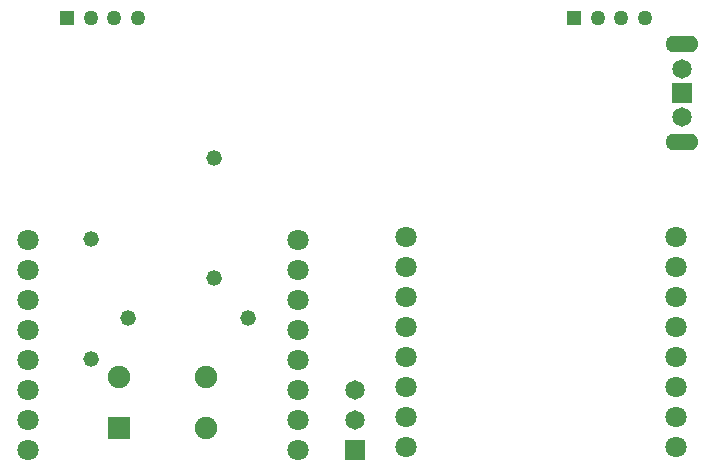
<source format=gtl>
G04 #@! TF.FileFunction,Copper,L1,Top,Signal*
%FSLAX46Y46*%
G04 Gerber Fmt 4.6, Leading zero omitted, Abs format (unit mm)*
G04 Created by KiCad (PCBNEW 4.0.7) date Wed Oct 11 15:04:58 2017*
%MOMM*%
%LPD*%
G01*
G04 APERTURE LIST*
%ADD10C,0.200000*%
%ADD11C,1.800000*%
%ADD12R,1.270000X1.270000*%
%ADD13C,1.270000*%
%ADD14R,1.651000X1.651000*%
%ADD15C,1.651000*%
%ADD16R,1.905000X1.905000*%
%ADD17C,1.905000*%
%ADD18C,1.320800*%
%ADD19O,2.794000X1.397000*%
%ADD20C,0.400000*%
G04 APERTURE END LIST*
D10*
D11*
X70358000Y-99060000D03*
X93218000Y-99060000D03*
X70358000Y-96520000D03*
X93218000Y-96520000D03*
X70358000Y-93980000D03*
X93218000Y-93980000D03*
X70358000Y-91440000D03*
X93218000Y-91440000D03*
X70358000Y-88900000D03*
X93218000Y-88900000D03*
X70358000Y-86360000D03*
X93218000Y-86360000D03*
X70358000Y-83820000D03*
X93218000Y-83820000D03*
X70358000Y-81280000D03*
X93218000Y-81280000D03*
X38354000Y-99314000D03*
X61214000Y-99314000D03*
X38354000Y-96774000D03*
X61214000Y-96774000D03*
X38354000Y-94234000D03*
X61214000Y-94234000D03*
X38354000Y-91694000D03*
X61214000Y-91694000D03*
X38354000Y-89154000D03*
X61214000Y-89154000D03*
X38354000Y-86614000D03*
X61214000Y-86614000D03*
X38354000Y-84074000D03*
X61214000Y-84074000D03*
X38354000Y-81534000D03*
X61214000Y-81534000D03*
D12*
X41704260Y-62738000D03*
D13*
X43705780Y-62738000D03*
X45702220Y-62738000D03*
X47703740Y-62738000D03*
D14*
X66040000Y-99314000D03*
D15*
X66040000Y-96774000D03*
X66040000Y-94234000D03*
D12*
X84630260Y-62738000D03*
D13*
X86631780Y-62738000D03*
X88628220Y-62738000D03*
X90629740Y-62738000D03*
D16*
X46101000Y-97409000D03*
D17*
X46101000Y-93091000D03*
X53467000Y-93091000D03*
X53467000Y-97409000D03*
D18*
X43688000Y-91567000D03*
X43688000Y-81407000D03*
X54102000Y-74549000D03*
X54102000Y-84709000D03*
X57023000Y-88138000D03*
X46863000Y-88138000D03*
D15*
X93726000Y-67056000D03*
X93726000Y-71120000D03*
D14*
X93726000Y-69088000D03*
D19*
X93726000Y-64922400D03*
X93726000Y-73253600D03*
D20*
X93218000Y-96520000D02*
X93218000Y-97028000D01*
X46101000Y-97409000D02*
X45974000Y-97790000D01*
X45702220Y-62738000D02*
X45720000Y-62738000D01*
X88392000Y-62738000D02*
X88628220Y-62738000D01*
X60706000Y-86614000D02*
X61214000Y-86614000D01*
X54102000Y-84709000D02*
X54102000Y-85090000D01*
X57150000Y-88138000D02*
X57023000Y-88138000D01*
M02*

</source>
